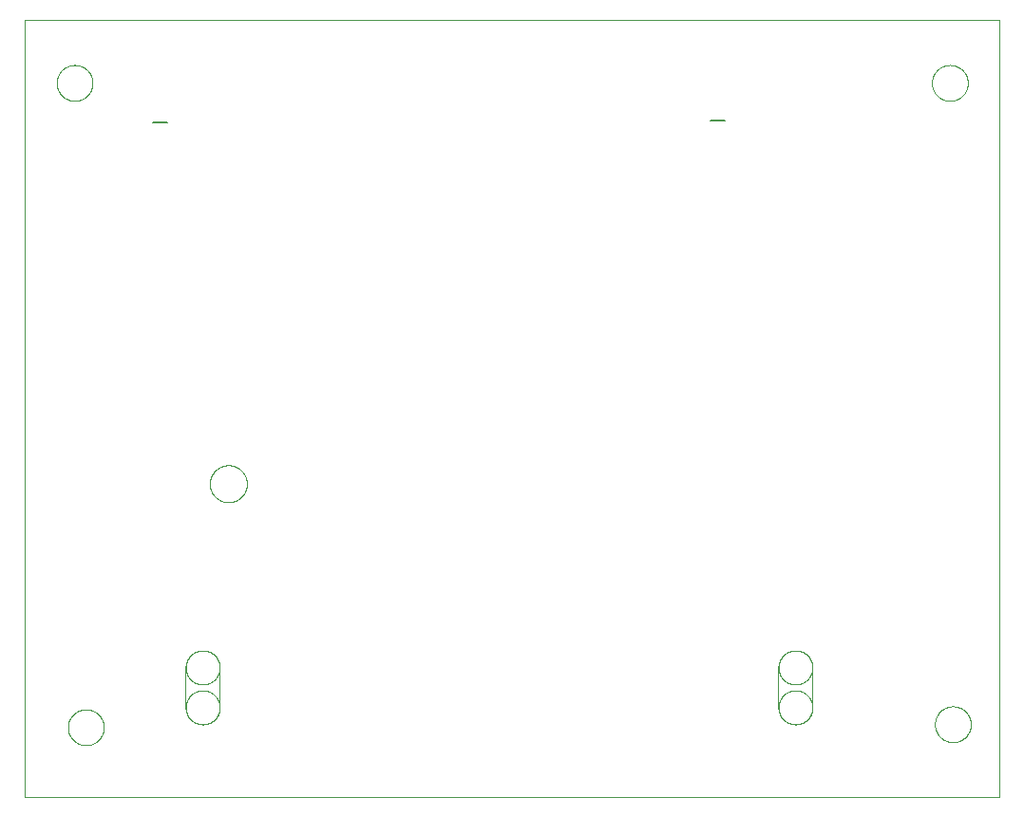
<source format=gbo>
G75*
%MOIN*%
%OFA0B0*%
%FSLAX25Y25*%
%IPPOS*%
%LPD*%
%AMOC8*
5,1,8,0,0,1.08239X$1,22.5*
%
%ADD10C,0.00000*%
%ADD11C,0.00009*%
%ADD12C,0.00800*%
D10*
X0001000Y0001000D02*
X0001000Y0273953D01*
X0343205Y0273953D01*
X0343205Y0001000D01*
X0001000Y0001000D01*
X0016276Y0025331D02*
X0016278Y0025489D01*
X0016284Y0025647D01*
X0016294Y0025805D01*
X0016308Y0025963D01*
X0016326Y0026120D01*
X0016347Y0026277D01*
X0016373Y0026433D01*
X0016403Y0026589D01*
X0016436Y0026744D01*
X0016474Y0026897D01*
X0016515Y0027050D01*
X0016560Y0027202D01*
X0016609Y0027353D01*
X0016662Y0027502D01*
X0016718Y0027650D01*
X0016778Y0027796D01*
X0016842Y0027941D01*
X0016910Y0028084D01*
X0016981Y0028226D01*
X0017055Y0028366D01*
X0017133Y0028503D01*
X0017215Y0028639D01*
X0017299Y0028773D01*
X0017388Y0028904D01*
X0017479Y0029033D01*
X0017574Y0029160D01*
X0017671Y0029285D01*
X0017772Y0029407D01*
X0017876Y0029526D01*
X0017983Y0029643D01*
X0018093Y0029757D01*
X0018206Y0029868D01*
X0018321Y0029977D01*
X0018439Y0030082D01*
X0018560Y0030184D01*
X0018683Y0030284D01*
X0018809Y0030380D01*
X0018937Y0030473D01*
X0019067Y0030563D01*
X0019200Y0030649D01*
X0019335Y0030733D01*
X0019471Y0030812D01*
X0019610Y0030889D01*
X0019751Y0030961D01*
X0019893Y0031031D01*
X0020037Y0031096D01*
X0020183Y0031158D01*
X0020330Y0031216D01*
X0020479Y0031271D01*
X0020629Y0031322D01*
X0020780Y0031369D01*
X0020932Y0031412D01*
X0021085Y0031451D01*
X0021240Y0031487D01*
X0021395Y0031518D01*
X0021551Y0031546D01*
X0021707Y0031570D01*
X0021864Y0031590D01*
X0022022Y0031606D01*
X0022179Y0031618D01*
X0022338Y0031626D01*
X0022496Y0031630D01*
X0022654Y0031630D01*
X0022812Y0031626D01*
X0022971Y0031618D01*
X0023128Y0031606D01*
X0023286Y0031590D01*
X0023443Y0031570D01*
X0023599Y0031546D01*
X0023755Y0031518D01*
X0023910Y0031487D01*
X0024065Y0031451D01*
X0024218Y0031412D01*
X0024370Y0031369D01*
X0024521Y0031322D01*
X0024671Y0031271D01*
X0024820Y0031216D01*
X0024967Y0031158D01*
X0025113Y0031096D01*
X0025257Y0031031D01*
X0025399Y0030961D01*
X0025540Y0030889D01*
X0025679Y0030812D01*
X0025815Y0030733D01*
X0025950Y0030649D01*
X0026083Y0030563D01*
X0026213Y0030473D01*
X0026341Y0030380D01*
X0026467Y0030284D01*
X0026590Y0030184D01*
X0026711Y0030082D01*
X0026829Y0029977D01*
X0026944Y0029868D01*
X0027057Y0029757D01*
X0027167Y0029643D01*
X0027274Y0029526D01*
X0027378Y0029407D01*
X0027479Y0029285D01*
X0027576Y0029160D01*
X0027671Y0029033D01*
X0027762Y0028904D01*
X0027851Y0028773D01*
X0027935Y0028639D01*
X0028017Y0028503D01*
X0028095Y0028366D01*
X0028169Y0028226D01*
X0028240Y0028084D01*
X0028308Y0027941D01*
X0028372Y0027796D01*
X0028432Y0027650D01*
X0028488Y0027502D01*
X0028541Y0027353D01*
X0028590Y0027202D01*
X0028635Y0027050D01*
X0028676Y0026897D01*
X0028714Y0026744D01*
X0028747Y0026589D01*
X0028777Y0026433D01*
X0028803Y0026277D01*
X0028824Y0026120D01*
X0028842Y0025963D01*
X0028856Y0025805D01*
X0028866Y0025647D01*
X0028872Y0025489D01*
X0028874Y0025331D01*
X0028872Y0025173D01*
X0028866Y0025015D01*
X0028856Y0024857D01*
X0028842Y0024699D01*
X0028824Y0024542D01*
X0028803Y0024385D01*
X0028777Y0024229D01*
X0028747Y0024073D01*
X0028714Y0023918D01*
X0028676Y0023765D01*
X0028635Y0023612D01*
X0028590Y0023460D01*
X0028541Y0023309D01*
X0028488Y0023160D01*
X0028432Y0023012D01*
X0028372Y0022866D01*
X0028308Y0022721D01*
X0028240Y0022578D01*
X0028169Y0022436D01*
X0028095Y0022296D01*
X0028017Y0022159D01*
X0027935Y0022023D01*
X0027851Y0021889D01*
X0027762Y0021758D01*
X0027671Y0021629D01*
X0027576Y0021502D01*
X0027479Y0021377D01*
X0027378Y0021255D01*
X0027274Y0021136D01*
X0027167Y0021019D01*
X0027057Y0020905D01*
X0026944Y0020794D01*
X0026829Y0020685D01*
X0026711Y0020580D01*
X0026590Y0020478D01*
X0026467Y0020378D01*
X0026341Y0020282D01*
X0026213Y0020189D01*
X0026083Y0020099D01*
X0025950Y0020013D01*
X0025815Y0019929D01*
X0025679Y0019850D01*
X0025540Y0019773D01*
X0025399Y0019701D01*
X0025257Y0019631D01*
X0025113Y0019566D01*
X0024967Y0019504D01*
X0024820Y0019446D01*
X0024671Y0019391D01*
X0024521Y0019340D01*
X0024370Y0019293D01*
X0024218Y0019250D01*
X0024065Y0019211D01*
X0023910Y0019175D01*
X0023755Y0019144D01*
X0023599Y0019116D01*
X0023443Y0019092D01*
X0023286Y0019072D01*
X0023128Y0019056D01*
X0022971Y0019044D01*
X0022812Y0019036D01*
X0022654Y0019032D01*
X0022496Y0019032D01*
X0022338Y0019036D01*
X0022179Y0019044D01*
X0022022Y0019056D01*
X0021864Y0019072D01*
X0021707Y0019092D01*
X0021551Y0019116D01*
X0021395Y0019144D01*
X0021240Y0019175D01*
X0021085Y0019211D01*
X0020932Y0019250D01*
X0020780Y0019293D01*
X0020629Y0019340D01*
X0020479Y0019391D01*
X0020330Y0019446D01*
X0020183Y0019504D01*
X0020037Y0019566D01*
X0019893Y0019631D01*
X0019751Y0019701D01*
X0019610Y0019773D01*
X0019471Y0019850D01*
X0019335Y0019929D01*
X0019200Y0020013D01*
X0019067Y0020099D01*
X0018937Y0020189D01*
X0018809Y0020282D01*
X0018683Y0020378D01*
X0018560Y0020478D01*
X0018439Y0020580D01*
X0018321Y0020685D01*
X0018206Y0020794D01*
X0018093Y0020905D01*
X0017983Y0021019D01*
X0017876Y0021136D01*
X0017772Y0021255D01*
X0017671Y0021377D01*
X0017574Y0021502D01*
X0017479Y0021629D01*
X0017388Y0021758D01*
X0017299Y0021889D01*
X0017215Y0022023D01*
X0017133Y0022159D01*
X0017055Y0022296D01*
X0016981Y0022436D01*
X0016910Y0022578D01*
X0016842Y0022721D01*
X0016778Y0022866D01*
X0016718Y0023012D01*
X0016662Y0023160D01*
X0016609Y0023309D01*
X0016560Y0023460D01*
X0016515Y0023612D01*
X0016474Y0023765D01*
X0016436Y0023918D01*
X0016403Y0024073D01*
X0016373Y0024229D01*
X0016347Y0024385D01*
X0016326Y0024542D01*
X0016308Y0024699D01*
X0016294Y0024857D01*
X0016284Y0025015D01*
X0016278Y0025173D01*
X0016276Y0025331D01*
X0057625Y0032331D02*
X0057627Y0032485D01*
X0057633Y0032639D01*
X0057643Y0032792D01*
X0057657Y0032945D01*
X0057675Y0033098D01*
X0057696Y0033250D01*
X0057722Y0033402D01*
X0057752Y0033553D01*
X0057785Y0033703D01*
X0057823Y0033852D01*
X0057864Y0034001D01*
X0057909Y0034148D01*
X0057958Y0034294D01*
X0058011Y0034438D01*
X0058067Y0034581D01*
X0058127Y0034723D01*
X0058191Y0034863D01*
X0058258Y0035001D01*
X0058329Y0035138D01*
X0058403Y0035273D01*
X0058481Y0035405D01*
X0058562Y0035536D01*
X0058647Y0035665D01*
X0058734Y0035791D01*
X0058825Y0035915D01*
X0058920Y0036036D01*
X0059017Y0036156D01*
X0059117Y0036272D01*
X0059221Y0036386D01*
X0059327Y0036497D01*
X0059436Y0036606D01*
X0059548Y0036711D01*
X0059663Y0036814D01*
X0059780Y0036914D01*
X0059900Y0037010D01*
X0060022Y0037104D01*
X0060146Y0037194D01*
X0060273Y0037281D01*
X0060402Y0037365D01*
X0060534Y0037445D01*
X0060667Y0037522D01*
X0060802Y0037595D01*
X0060939Y0037665D01*
X0061078Y0037732D01*
X0061218Y0037794D01*
X0061360Y0037853D01*
X0061504Y0037909D01*
X0061649Y0037961D01*
X0061795Y0038008D01*
X0061942Y0038053D01*
X0062091Y0038093D01*
X0062240Y0038129D01*
X0062391Y0038162D01*
X0062542Y0038191D01*
X0062694Y0038215D01*
X0062846Y0038236D01*
X0062999Y0038253D01*
X0063152Y0038266D01*
X0063306Y0038275D01*
X0063460Y0038280D01*
X0063613Y0038281D01*
X0063767Y0038278D01*
X0063921Y0038271D01*
X0064074Y0038260D01*
X0064228Y0038245D01*
X0064380Y0038226D01*
X0064532Y0038203D01*
X0064684Y0038177D01*
X0064835Y0038146D01*
X0064985Y0038112D01*
X0065134Y0038073D01*
X0065281Y0038031D01*
X0065428Y0037985D01*
X0065574Y0037935D01*
X0065718Y0037882D01*
X0065861Y0037824D01*
X0066002Y0037763D01*
X0066142Y0037699D01*
X0066280Y0037631D01*
X0066416Y0037559D01*
X0066550Y0037484D01*
X0066682Y0037405D01*
X0066812Y0037323D01*
X0066940Y0037238D01*
X0067066Y0037149D01*
X0067189Y0037057D01*
X0067310Y0036962D01*
X0067429Y0036864D01*
X0067545Y0036763D01*
X0067658Y0036659D01*
X0067769Y0036552D01*
X0067876Y0036442D01*
X0067981Y0036329D01*
X0068083Y0036214D01*
X0068182Y0036096D01*
X0068278Y0035976D01*
X0068371Y0035853D01*
X0068460Y0035728D01*
X0068546Y0035601D01*
X0068629Y0035471D01*
X0068709Y0035339D01*
X0068785Y0035206D01*
X0068857Y0035070D01*
X0068926Y0034932D01*
X0068992Y0034793D01*
X0069054Y0034652D01*
X0069112Y0034510D01*
X0069166Y0034366D01*
X0069217Y0034221D01*
X0069264Y0034074D01*
X0069307Y0033927D01*
X0069346Y0033778D01*
X0069382Y0033628D01*
X0069413Y0033478D01*
X0069441Y0033326D01*
X0069465Y0033174D01*
X0069485Y0033022D01*
X0069501Y0032869D01*
X0069513Y0032715D01*
X0069521Y0032562D01*
X0069525Y0032408D01*
X0069525Y0032254D01*
X0069521Y0032100D01*
X0069513Y0031947D01*
X0069501Y0031793D01*
X0069485Y0031640D01*
X0069465Y0031488D01*
X0069441Y0031336D01*
X0069413Y0031184D01*
X0069382Y0031034D01*
X0069346Y0030884D01*
X0069307Y0030735D01*
X0069264Y0030588D01*
X0069217Y0030441D01*
X0069166Y0030296D01*
X0069112Y0030152D01*
X0069054Y0030010D01*
X0068992Y0029869D01*
X0068926Y0029730D01*
X0068857Y0029592D01*
X0068785Y0029456D01*
X0068709Y0029323D01*
X0068629Y0029191D01*
X0068546Y0029061D01*
X0068460Y0028934D01*
X0068371Y0028809D01*
X0068278Y0028686D01*
X0068182Y0028566D01*
X0068083Y0028448D01*
X0067981Y0028333D01*
X0067876Y0028220D01*
X0067769Y0028110D01*
X0067658Y0028003D01*
X0067545Y0027899D01*
X0067429Y0027798D01*
X0067310Y0027700D01*
X0067189Y0027605D01*
X0067066Y0027513D01*
X0066940Y0027424D01*
X0066812Y0027339D01*
X0066682Y0027257D01*
X0066550Y0027178D01*
X0066416Y0027103D01*
X0066280Y0027031D01*
X0066142Y0026963D01*
X0066002Y0026899D01*
X0065861Y0026838D01*
X0065718Y0026780D01*
X0065574Y0026727D01*
X0065428Y0026677D01*
X0065281Y0026631D01*
X0065134Y0026589D01*
X0064985Y0026550D01*
X0064835Y0026516D01*
X0064684Y0026485D01*
X0064532Y0026459D01*
X0064380Y0026436D01*
X0064228Y0026417D01*
X0064074Y0026402D01*
X0063921Y0026391D01*
X0063767Y0026384D01*
X0063613Y0026381D01*
X0063460Y0026382D01*
X0063306Y0026387D01*
X0063152Y0026396D01*
X0062999Y0026409D01*
X0062846Y0026426D01*
X0062694Y0026447D01*
X0062542Y0026471D01*
X0062391Y0026500D01*
X0062240Y0026533D01*
X0062091Y0026569D01*
X0061942Y0026609D01*
X0061795Y0026654D01*
X0061649Y0026701D01*
X0061504Y0026753D01*
X0061360Y0026809D01*
X0061218Y0026868D01*
X0061078Y0026930D01*
X0060939Y0026997D01*
X0060802Y0027067D01*
X0060667Y0027140D01*
X0060534Y0027217D01*
X0060402Y0027297D01*
X0060273Y0027381D01*
X0060146Y0027468D01*
X0060022Y0027558D01*
X0059900Y0027652D01*
X0059780Y0027748D01*
X0059663Y0027848D01*
X0059548Y0027951D01*
X0059436Y0028056D01*
X0059327Y0028165D01*
X0059221Y0028276D01*
X0059117Y0028390D01*
X0059017Y0028506D01*
X0058920Y0028626D01*
X0058825Y0028747D01*
X0058734Y0028871D01*
X0058647Y0028997D01*
X0058562Y0029126D01*
X0058481Y0029257D01*
X0058403Y0029389D01*
X0058329Y0029524D01*
X0058258Y0029661D01*
X0058191Y0029799D01*
X0058127Y0029939D01*
X0058067Y0030081D01*
X0058011Y0030224D01*
X0057958Y0030368D01*
X0057909Y0030514D01*
X0057864Y0030661D01*
X0057823Y0030810D01*
X0057785Y0030959D01*
X0057752Y0031109D01*
X0057722Y0031260D01*
X0057696Y0031412D01*
X0057675Y0031564D01*
X0057657Y0031717D01*
X0057643Y0031870D01*
X0057633Y0032023D01*
X0057627Y0032177D01*
X0057625Y0032331D01*
X0057575Y0032331D02*
X0057577Y0032178D01*
X0057583Y0032025D01*
X0057593Y0031872D01*
X0057606Y0031719D01*
X0057624Y0031567D01*
X0057645Y0031415D01*
X0057671Y0031264D01*
X0057700Y0031114D01*
X0057733Y0030964D01*
X0057770Y0030815D01*
X0057810Y0030667D01*
X0057855Y0030521D01*
X0057903Y0030375D01*
X0057955Y0030231D01*
X0058010Y0030088D01*
X0058069Y0029947D01*
X0058132Y0029807D01*
X0058198Y0029669D01*
X0058268Y0029532D01*
X0058341Y0029398D01*
X0058418Y0029265D01*
X0058498Y0029134D01*
X0058581Y0029006D01*
X0058667Y0028879D01*
X0058757Y0028755D01*
X0058850Y0028633D01*
X0058946Y0028514D01*
X0059045Y0028397D01*
X0059147Y0028282D01*
X0059252Y0028170D01*
X0059360Y0028061D01*
X0059470Y0027955D01*
X0059583Y0027852D01*
X0059699Y0027751D01*
X0059817Y0027654D01*
X0059938Y0027559D01*
X0060061Y0027468D01*
X0060186Y0027380D01*
X0060314Y0027295D01*
X0060443Y0027213D01*
X0060575Y0027135D01*
X0060709Y0027060D01*
X0060844Y0026988D01*
X0060982Y0026920D01*
X0061121Y0026856D01*
X0061261Y0026795D01*
X0061403Y0026738D01*
X0061547Y0026684D01*
X0061692Y0026634D01*
X0061838Y0026588D01*
X0061985Y0026545D01*
X0062133Y0026507D01*
X0062283Y0026472D01*
X0062433Y0026441D01*
X0062583Y0026413D01*
X0062735Y0026390D01*
X0062887Y0026371D01*
X0063039Y0026355D01*
X0063192Y0026343D01*
X0063345Y0026335D01*
X0063498Y0026331D01*
X0063652Y0026331D01*
X0063805Y0026335D01*
X0063958Y0026343D01*
X0064111Y0026355D01*
X0064263Y0026371D01*
X0064415Y0026390D01*
X0064567Y0026413D01*
X0064717Y0026441D01*
X0064867Y0026472D01*
X0065017Y0026507D01*
X0065165Y0026545D01*
X0065312Y0026588D01*
X0065458Y0026634D01*
X0065603Y0026684D01*
X0065747Y0026738D01*
X0065889Y0026795D01*
X0066029Y0026856D01*
X0066168Y0026920D01*
X0066306Y0026988D01*
X0066441Y0027060D01*
X0066575Y0027135D01*
X0066707Y0027213D01*
X0066836Y0027295D01*
X0066964Y0027380D01*
X0067089Y0027468D01*
X0067212Y0027559D01*
X0067333Y0027654D01*
X0067451Y0027751D01*
X0067567Y0027852D01*
X0067680Y0027955D01*
X0067790Y0028061D01*
X0067898Y0028170D01*
X0068003Y0028282D01*
X0068105Y0028397D01*
X0068204Y0028514D01*
X0068300Y0028633D01*
X0068393Y0028755D01*
X0068483Y0028879D01*
X0068569Y0029006D01*
X0068652Y0029134D01*
X0068732Y0029265D01*
X0068809Y0029398D01*
X0068882Y0029532D01*
X0068952Y0029669D01*
X0069018Y0029807D01*
X0069081Y0029947D01*
X0069140Y0030088D01*
X0069195Y0030231D01*
X0069247Y0030375D01*
X0069295Y0030521D01*
X0069340Y0030667D01*
X0069380Y0030815D01*
X0069417Y0030964D01*
X0069450Y0031114D01*
X0069479Y0031264D01*
X0069505Y0031415D01*
X0069526Y0031567D01*
X0069544Y0031719D01*
X0069557Y0031872D01*
X0069567Y0032025D01*
X0069573Y0032178D01*
X0069575Y0032331D01*
X0057625Y0046331D02*
X0057627Y0046485D01*
X0057633Y0046639D01*
X0057643Y0046792D01*
X0057657Y0046945D01*
X0057675Y0047098D01*
X0057696Y0047250D01*
X0057722Y0047402D01*
X0057752Y0047553D01*
X0057785Y0047703D01*
X0057823Y0047852D01*
X0057864Y0048001D01*
X0057909Y0048148D01*
X0057958Y0048294D01*
X0058011Y0048438D01*
X0058067Y0048581D01*
X0058127Y0048723D01*
X0058191Y0048863D01*
X0058258Y0049001D01*
X0058329Y0049138D01*
X0058403Y0049273D01*
X0058481Y0049405D01*
X0058562Y0049536D01*
X0058647Y0049665D01*
X0058734Y0049791D01*
X0058825Y0049915D01*
X0058920Y0050036D01*
X0059017Y0050156D01*
X0059117Y0050272D01*
X0059221Y0050386D01*
X0059327Y0050497D01*
X0059436Y0050606D01*
X0059548Y0050711D01*
X0059663Y0050814D01*
X0059780Y0050914D01*
X0059900Y0051010D01*
X0060022Y0051104D01*
X0060146Y0051194D01*
X0060273Y0051281D01*
X0060402Y0051365D01*
X0060534Y0051445D01*
X0060667Y0051522D01*
X0060802Y0051595D01*
X0060939Y0051665D01*
X0061078Y0051732D01*
X0061218Y0051794D01*
X0061360Y0051853D01*
X0061504Y0051909D01*
X0061649Y0051961D01*
X0061795Y0052008D01*
X0061942Y0052053D01*
X0062091Y0052093D01*
X0062240Y0052129D01*
X0062391Y0052162D01*
X0062542Y0052191D01*
X0062694Y0052215D01*
X0062846Y0052236D01*
X0062999Y0052253D01*
X0063152Y0052266D01*
X0063306Y0052275D01*
X0063460Y0052280D01*
X0063613Y0052281D01*
X0063767Y0052278D01*
X0063921Y0052271D01*
X0064074Y0052260D01*
X0064228Y0052245D01*
X0064380Y0052226D01*
X0064532Y0052203D01*
X0064684Y0052177D01*
X0064835Y0052146D01*
X0064985Y0052112D01*
X0065134Y0052073D01*
X0065281Y0052031D01*
X0065428Y0051985D01*
X0065574Y0051935D01*
X0065718Y0051882D01*
X0065861Y0051824D01*
X0066002Y0051763D01*
X0066142Y0051699D01*
X0066280Y0051631D01*
X0066416Y0051559D01*
X0066550Y0051484D01*
X0066682Y0051405D01*
X0066812Y0051323D01*
X0066940Y0051238D01*
X0067066Y0051149D01*
X0067189Y0051057D01*
X0067310Y0050962D01*
X0067429Y0050864D01*
X0067545Y0050763D01*
X0067658Y0050659D01*
X0067769Y0050552D01*
X0067876Y0050442D01*
X0067981Y0050329D01*
X0068083Y0050214D01*
X0068182Y0050096D01*
X0068278Y0049976D01*
X0068371Y0049853D01*
X0068460Y0049728D01*
X0068546Y0049601D01*
X0068629Y0049471D01*
X0068709Y0049339D01*
X0068785Y0049206D01*
X0068857Y0049070D01*
X0068926Y0048932D01*
X0068992Y0048793D01*
X0069054Y0048652D01*
X0069112Y0048510D01*
X0069166Y0048366D01*
X0069217Y0048221D01*
X0069264Y0048074D01*
X0069307Y0047927D01*
X0069346Y0047778D01*
X0069382Y0047628D01*
X0069413Y0047478D01*
X0069441Y0047326D01*
X0069465Y0047174D01*
X0069485Y0047022D01*
X0069501Y0046869D01*
X0069513Y0046715D01*
X0069521Y0046562D01*
X0069525Y0046408D01*
X0069525Y0046254D01*
X0069521Y0046100D01*
X0069513Y0045947D01*
X0069501Y0045793D01*
X0069485Y0045640D01*
X0069465Y0045488D01*
X0069441Y0045336D01*
X0069413Y0045184D01*
X0069382Y0045034D01*
X0069346Y0044884D01*
X0069307Y0044735D01*
X0069264Y0044588D01*
X0069217Y0044441D01*
X0069166Y0044296D01*
X0069112Y0044152D01*
X0069054Y0044010D01*
X0068992Y0043869D01*
X0068926Y0043730D01*
X0068857Y0043592D01*
X0068785Y0043456D01*
X0068709Y0043323D01*
X0068629Y0043191D01*
X0068546Y0043061D01*
X0068460Y0042934D01*
X0068371Y0042809D01*
X0068278Y0042686D01*
X0068182Y0042566D01*
X0068083Y0042448D01*
X0067981Y0042333D01*
X0067876Y0042220D01*
X0067769Y0042110D01*
X0067658Y0042003D01*
X0067545Y0041899D01*
X0067429Y0041798D01*
X0067310Y0041700D01*
X0067189Y0041605D01*
X0067066Y0041513D01*
X0066940Y0041424D01*
X0066812Y0041339D01*
X0066682Y0041257D01*
X0066550Y0041178D01*
X0066416Y0041103D01*
X0066280Y0041031D01*
X0066142Y0040963D01*
X0066002Y0040899D01*
X0065861Y0040838D01*
X0065718Y0040780D01*
X0065574Y0040727D01*
X0065428Y0040677D01*
X0065281Y0040631D01*
X0065134Y0040589D01*
X0064985Y0040550D01*
X0064835Y0040516D01*
X0064684Y0040485D01*
X0064532Y0040459D01*
X0064380Y0040436D01*
X0064228Y0040417D01*
X0064074Y0040402D01*
X0063921Y0040391D01*
X0063767Y0040384D01*
X0063613Y0040381D01*
X0063460Y0040382D01*
X0063306Y0040387D01*
X0063152Y0040396D01*
X0062999Y0040409D01*
X0062846Y0040426D01*
X0062694Y0040447D01*
X0062542Y0040471D01*
X0062391Y0040500D01*
X0062240Y0040533D01*
X0062091Y0040569D01*
X0061942Y0040609D01*
X0061795Y0040654D01*
X0061649Y0040701D01*
X0061504Y0040753D01*
X0061360Y0040809D01*
X0061218Y0040868D01*
X0061078Y0040930D01*
X0060939Y0040997D01*
X0060802Y0041067D01*
X0060667Y0041140D01*
X0060534Y0041217D01*
X0060402Y0041297D01*
X0060273Y0041381D01*
X0060146Y0041468D01*
X0060022Y0041558D01*
X0059900Y0041652D01*
X0059780Y0041748D01*
X0059663Y0041848D01*
X0059548Y0041951D01*
X0059436Y0042056D01*
X0059327Y0042165D01*
X0059221Y0042276D01*
X0059117Y0042390D01*
X0059017Y0042506D01*
X0058920Y0042626D01*
X0058825Y0042747D01*
X0058734Y0042871D01*
X0058647Y0042997D01*
X0058562Y0043126D01*
X0058481Y0043257D01*
X0058403Y0043389D01*
X0058329Y0043524D01*
X0058258Y0043661D01*
X0058191Y0043799D01*
X0058127Y0043939D01*
X0058067Y0044081D01*
X0058011Y0044224D01*
X0057958Y0044368D01*
X0057909Y0044514D01*
X0057864Y0044661D01*
X0057823Y0044810D01*
X0057785Y0044959D01*
X0057752Y0045109D01*
X0057722Y0045260D01*
X0057696Y0045412D01*
X0057675Y0045564D01*
X0057657Y0045717D01*
X0057643Y0045870D01*
X0057633Y0046023D01*
X0057627Y0046177D01*
X0057625Y0046331D01*
X0057575Y0046331D02*
X0057577Y0046484D01*
X0057583Y0046637D01*
X0057593Y0046790D01*
X0057606Y0046943D01*
X0057624Y0047095D01*
X0057645Y0047247D01*
X0057671Y0047398D01*
X0057700Y0047548D01*
X0057733Y0047698D01*
X0057770Y0047847D01*
X0057810Y0047995D01*
X0057855Y0048141D01*
X0057903Y0048287D01*
X0057955Y0048431D01*
X0058010Y0048574D01*
X0058069Y0048715D01*
X0058132Y0048855D01*
X0058198Y0048993D01*
X0058268Y0049130D01*
X0058341Y0049264D01*
X0058418Y0049397D01*
X0058498Y0049528D01*
X0058581Y0049656D01*
X0058667Y0049783D01*
X0058757Y0049907D01*
X0058850Y0050029D01*
X0058946Y0050148D01*
X0059045Y0050265D01*
X0059147Y0050380D01*
X0059252Y0050492D01*
X0059360Y0050601D01*
X0059470Y0050707D01*
X0059583Y0050810D01*
X0059699Y0050911D01*
X0059817Y0051008D01*
X0059938Y0051103D01*
X0060061Y0051194D01*
X0060186Y0051282D01*
X0060314Y0051367D01*
X0060443Y0051449D01*
X0060575Y0051527D01*
X0060709Y0051602D01*
X0060844Y0051674D01*
X0060982Y0051742D01*
X0061121Y0051806D01*
X0061261Y0051867D01*
X0061403Y0051924D01*
X0061547Y0051978D01*
X0061692Y0052028D01*
X0061838Y0052074D01*
X0061985Y0052117D01*
X0062133Y0052155D01*
X0062283Y0052190D01*
X0062433Y0052221D01*
X0062583Y0052249D01*
X0062735Y0052272D01*
X0062887Y0052291D01*
X0063039Y0052307D01*
X0063192Y0052319D01*
X0063345Y0052327D01*
X0063498Y0052331D01*
X0063652Y0052331D01*
X0063805Y0052327D01*
X0063958Y0052319D01*
X0064111Y0052307D01*
X0064263Y0052291D01*
X0064415Y0052272D01*
X0064567Y0052249D01*
X0064717Y0052221D01*
X0064867Y0052190D01*
X0065017Y0052155D01*
X0065165Y0052117D01*
X0065312Y0052074D01*
X0065458Y0052028D01*
X0065603Y0051978D01*
X0065747Y0051924D01*
X0065889Y0051867D01*
X0066029Y0051806D01*
X0066168Y0051742D01*
X0066306Y0051674D01*
X0066441Y0051602D01*
X0066575Y0051527D01*
X0066707Y0051449D01*
X0066836Y0051367D01*
X0066964Y0051282D01*
X0067089Y0051194D01*
X0067212Y0051103D01*
X0067333Y0051008D01*
X0067451Y0050911D01*
X0067567Y0050810D01*
X0067680Y0050707D01*
X0067790Y0050601D01*
X0067898Y0050492D01*
X0068003Y0050380D01*
X0068105Y0050265D01*
X0068204Y0050148D01*
X0068300Y0050029D01*
X0068393Y0049907D01*
X0068483Y0049783D01*
X0068569Y0049656D01*
X0068652Y0049528D01*
X0068732Y0049397D01*
X0068809Y0049264D01*
X0068882Y0049130D01*
X0068952Y0048993D01*
X0069018Y0048855D01*
X0069081Y0048715D01*
X0069140Y0048574D01*
X0069195Y0048431D01*
X0069247Y0048287D01*
X0069295Y0048141D01*
X0069340Y0047995D01*
X0069380Y0047847D01*
X0069417Y0047698D01*
X0069450Y0047548D01*
X0069479Y0047398D01*
X0069505Y0047247D01*
X0069526Y0047095D01*
X0069544Y0046943D01*
X0069557Y0046790D01*
X0069567Y0046637D01*
X0069573Y0046484D01*
X0069575Y0046331D01*
X0066075Y0110898D02*
X0066077Y0111059D01*
X0066083Y0111219D01*
X0066093Y0111380D01*
X0066107Y0111540D01*
X0066125Y0111700D01*
X0066146Y0111859D01*
X0066172Y0112018D01*
X0066202Y0112176D01*
X0066235Y0112333D01*
X0066273Y0112490D01*
X0066314Y0112645D01*
X0066359Y0112799D01*
X0066408Y0112952D01*
X0066461Y0113104D01*
X0066517Y0113255D01*
X0066578Y0113404D01*
X0066641Y0113552D01*
X0066709Y0113698D01*
X0066780Y0113842D01*
X0066854Y0113984D01*
X0066932Y0114125D01*
X0067014Y0114263D01*
X0067099Y0114400D01*
X0067187Y0114534D01*
X0067279Y0114666D01*
X0067374Y0114796D01*
X0067472Y0114924D01*
X0067573Y0115049D01*
X0067677Y0115171D01*
X0067784Y0115291D01*
X0067894Y0115408D01*
X0068007Y0115523D01*
X0068123Y0115634D01*
X0068242Y0115743D01*
X0068363Y0115848D01*
X0068487Y0115951D01*
X0068613Y0116051D01*
X0068741Y0116147D01*
X0068872Y0116240D01*
X0069006Y0116330D01*
X0069141Y0116417D01*
X0069279Y0116500D01*
X0069418Y0116580D01*
X0069560Y0116656D01*
X0069703Y0116729D01*
X0069848Y0116798D01*
X0069995Y0116864D01*
X0070143Y0116926D01*
X0070293Y0116984D01*
X0070444Y0117039D01*
X0070597Y0117090D01*
X0070751Y0117137D01*
X0070906Y0117180D01*
X0071062Y0117219D01*
X0071218Y0117255D01*
X0071376Y0117286D01*
X0071534Y0117314D01*
X0071693Y0117338D01*
X0071853Y0117358D01*
X0072013Y0117374D01*
X0072173Y0117386D01*
X0072334Y0117394D01*
X0072495Y0117398D01*
X0072655Y0117398D01*
X0072816Y0117394D01*
X0072977Y0117386D01*
X0073137Y0117374D01*
X0073297Y0117358D01*
X0073457Y0117338D01*
X0073616Y0117314D01*
X0073774Y0117286D01*
X0073932Y0117255D01*
X0074088Y0117219D01*
X0074244Y0117180D01*
X0074399Y0117137D01*
X0074553Y0117090D01*
X0074706Y0117039D01*
X0074857Y0116984D01*
X0075007Y0116926D01*
X0075155Y0116864D01*
X0075302Y0116798D01*
X0075447Y0116729D01*
X0075590Y0116656D01*
X0075732Y0116580D01*
X0075871Y0116500D01*
X0076009Y0116417D01*
X0076144Y0116330D01*
X0076278Y0116240D01*
X0076409Y0116147D01*
X0076537Y0116051D01*
X0076663Y0115951D01*
X0076787Y0115848D01*
X0076908Y0115743D01*
X0077027Y0115634D01*
X0077143Y0115523D01*
X0077256Y0115408D01*
X0077366Y0115291D01*
X0077473Y0115171D01*
X0077577Y0115049D01*
X0077678Y0114924D01*
X0077776Y0114796D01*
X0077871Y0114666D01*
X0077963Y0114534D01*
X0078051Y0114400D01*
X0078136Y0114263D01*
X0078218Y0114125D01*
X0078296Y0113984D01*
X0078370Y0113842D01*
X0078441Y0113698D01*
X0078509Y0113552D01*
X0078572Y0113404D01*
X0078633Y0113255D01*
X0078689Y0113104D01*
X0078742Y0112952D01*
X0078791Y0112799D01*
X0078836Y0112645D01*
X0078877Y0112490D01*
X0078915Y0112333D01*
X0078948Y0112176D01*
X0078978Y0112018D01*
X0079004Y0111859D01*
X0079025Y0111700D01*
X0079043Y0111540D01*
X0079057Y0111380D01*
X0079067Y0111219D01*
X0079073Y0111059D01*
X0079075Y0110898D01*
X0079073Y0110737D01*
X0079067Y0110577D01*
X0079057Y0110416D01*
X0079043Y0110256D01*
X0079025Y0110096D01*
X0079004Y0109937D01*
X0078978Y0109778D01*
X0078948Y0109620D01*
X0078915Y0109463D01*
X0078877Y0109306D01*
X0078836Y0109151D01*
X0078791Y0108997D01*
X0078742Y0108844D01*
X0078689Y0108692D01*
X0078633Y0108541D01*
X0078572Y0108392D01*
X0078509Y0108244D01*
X0078441Y0108098D01*
X0078370Y0107954D01*
X0078296Y0107812D01*
X0078218Y0107671D01*
X0078136Y0107533D01*
X0078051Y0107396D01*
X0077963Y0107262D01*
X0077871Y0107130D01*
X0077776Y0107000D01*
X0077678Y0106872D01*
X0077577Y0106747D01*
X0077473Y0106625D01*
X0077366Y0106505D01*
X0077256Y0106388D01*
X0077143Y0106273D01*
X0077027Y0106162D01*
X0076908Y0106053D01*
X0076787Y0105948D01*
X0076663Y0105845D01*
X0076537Y0105745D01*
X0076409Y0105649D01*
X0076278Y0105556D01*
X0076144Y0105466D01*
X0076009Y0105379D01*
X0075871Y0105296D01*
X0075732Y0105216D01*
X0075590Y0105140D01*
X0075447Y0105067D01*
X0075302Y0104998D01*
X0075155Y0104932D01*
X0075007Y0104870D01*
X0074857Y0104812D01*
X0074706Y0104757D01*
X0074553Y0104706D01*
X0074399Y0104659D01*
X0074244Y0104616D01*
X0074088Y0104577D01*
X0073932Y0104541D01*
X0073774Y0104510D01*
X0073616Y0104482D01*
X0073457Y0104458D01*
X0073297Y0104438D01*
X0073137Y0104422D01*
X0072977Y0104410D01*
X0072816Y0104402D01*
X0072655Y0104398D01*
X0072495Y0104398D01*
X0072334Y0104402D01*
X0072173Y0104410D01*
X0072013Y0104422D01*
X0071853Y0104438D01*
X0071693Y0104458D01*
X0071534Y0104482D01*
X0071376Y0104510D01*
X0071218Y0104541D01*
X0071062Y0104577D01*
X0070906Y0104616D01*
X0070751Y0104659D01*
X0070597Y0104706D01*
X0070444Y0104757D01*
X0070293Y0104812D01*
X0070143Y0104870D01*
X0069995Y0104932D01*
X0069848Y0104998D01*
X0069703Y0105067D01*
X0069560Y0105140D01*
X0069418Y0105216D01*
X0069279Y0105296D01*
X0069141Y0105379D01*
X0069006Y0105466D01*
X0068872Y0105556D01*
X0068741Y0105649D01*
X0068613Y0105745D01*
X0068487Y0105845D01*
X0068363Y0105948D01*
X0068242Y0106053D01*
X0068123Y0106162D01*
X0068007Y0106273D01*
X0067894Y0106388D01*
X0067784Y0106505D01*
X0067677Y0106625D01*
X0067573Y0106747D01*
X0067472Y0106872D01*
X0067374Y0107000D01*
X0067279Y0107130D01*
X0067187Y0107262D01*
X0067099Y0107396D01*
X0067014Y0107533D01*
X0066932Y0107671D01*
X0066854Y0107812D01*
X0066780Y0107954D01*
X0066709Y0108098D01*
X0066641Y0108244D01*
X0066578Y0108392D01*
X0066517Y0108541D01*
X0066461Y0108692D01*
X0066408Y0108844D01*
X0066359Y0108997D01*
X0066314Y0109151D01*
X0066273Y0109306D01*
X0066235Y0109463D01*
X0066202Y0109620D01*
X0066172Y0109778D01*
X0066146Y0109937D01*
X0066125Y0110096D01*
X0066107Y0110256D01*
X0066093Y0110416D01*
X0066083Y0110577D01*
X0066077Y0110737D01*
X0066075Y0110898D01*
X0012339Y0251709D02*
X0012341Y0251867D01*
X0012347Y0252025D01*
X0012357Y0252183D01*
X0012371Y0252341D01*
X0012389Y0252498D01*
X0012410Y0252655D01*
X0012436Y0252811D01*
X0012466Y0252967D01*
X0012499Y0253122D01*
X0012537Y0253275D01*
X0012578Y0253428D01*
X0012623Y0253580D01*
X0012672Y0253731D01*
X0012725Y0253880D01*
X0012781Y0254028D01*
X0012841Y0254174D01*
X0012905Y0254319D01*
X0012973Y0254462D01*
X0013044Y0254604D01*
X0013118Y0254744D01*
X0013196Y0254881D01*
X0013278Y0255017D01*
X0013362Y0255151D01*
X0013451Y0255282D01*
X0013542Y0255411D01*
X0013637Y0255538D01*
X0013734Y0255663D01*
X0013835Y0255785D01*
X0013939Y0255904D01*
X0014046Y0256021D01*
X0014156Y0256135D01*
X0014269Y0256246D01*
X0014384Y0256355D01*
X0014502Y0256460D01*
X0014623Y0256562D01*
X0014746Y0256662D01*
X0014872Y0256758D01*
X0015000Y0256851D01*
X0015130Y0256941D01*
X0015263Y0257027D01*
X0015398Y0257111D01*
X0015534Y0257190D01*
X0015673Y0257267D01*
X0015814Y0257339D01*
X0015956Y0257409D01*
X0016100Y0257474D01*
X0016246Y0257536D01*
X0016393Y0257594D01*
X0016542Y0257649D01*
X0016692Y0257700D01*
X0016843Y0257747D01*
X0016995Y0257790D01*
X0017148Y0257829D01*
X0017303Y0257865D01*
X0017458Y0257896D01*
X0017614Y0257924D01*
X0017770Y0257948D01*
X0017927Y0257968D01*
X0018085Y0257984D01*
X0018242Y0257996D01*
X0018401Y0258004D01*
X0018559Y0258008D01*
X0018717Y0258008D01*
X0018875Y0258004D01*
X0019034Y0257996D01*
X0019191Y0257984D01*
X0019349Y0257968D01*
X0019506Y0257948D01*
X0019662Y0257924D01*
X0019818Y0257896D01*
X0019973Y0257865D01*
X0020128Y0257829D01*
X0020281Y0257790D01*
X0020433Y0257747D01*
X0020584Y0257700D01*
X0020734Y0257649D01*
X0020883Y0257594D01*
X0021030Y0257536D01*
X0021176Y0257474D01*
X0021320Y0257409D01*
X0021462Y0257339D01*
X0021603Y0257267D01*
X0021742Y0257190D01*
X0021878Y0257111D01*
X0022013Y0257027D01*
X0022146Y0256941D01*
X0022276Y0256851D01*
X0022404Y0256758D01*
X0022530Y0256662D01*
X0022653Y0256562D01*
X0022774Y0256460D01*
X0022892Y0256355D01*
X0023007Y0256246D01*
X0023120Y0256135D01*
X0023230Y0256021D01*
X0023337Y0255904D01*
X0023441Y0255785D01*
X0023542Y0255663D01*
X0023639Y0255538D01*
X0023734Y0255411D01*
X0023825Y0255282D01*
X0023914Y0255151D01*
X0023998Y0255017D01*
X0024080Y0254881D01*
X0024158Y0254744D01*
X0024232Y0254604D01*
X0024303Y0254462D01*
X0024371Y0254319D01*
X0024435Y0254174D01*
X0024495Y0254028D01*
X0024551Y0253880D01*
X0024604Y0253731D01*
X0024653Y0253580D01*
X0024698Y0253428D01*
X0024739Y0253275D01*
X0024777Y0253122D01*
X0024810Y0252967D01*
X0024840Y0252811D01*
X0024866Y0252655D01*
X0024887Y0252498D01*
X0024905Y0252341D01*
X0024919Y0252183D01*
X0024929Y0252025D01*
X0024935Y0251867D01*
X0024937Y0251709D01*
X0024935Y0251551D01*
X0024929Y0251393D01*
X0024919Y0251235D01*
X0024905Y0251077D01*
X0024887Y0250920D01*
X0024866Y0250763D01*
X0024840Y0250607D01*
X0024810Y0250451D01*
X0024777Y0250296D01*
X0024739Y0250143D01*
X0024698Y0249990D01*
X0024653Y0249838D01*
X0024604Y0249687D01*
X0024551Y0249538D01*
X0024495Y0249390D01*
X0024435Y0249244D01*
X0024371Y0249099D01*
X0024303Y0248956D01*
X0024232Y0248814D01*
X0024158Y0248674D01*
X0024080Y0248537D01*
X0023998Y0248401D01*
X0023914Y0248267D01*
X0023825Y0248136D01*
X0023734Y0248007D01*
X0023639Y0247880D01*
X0023542Y0247755D01*
X0023441Y0247633D01*
X0023337Y0247514D01*
X0023230Y0247397D01*
X0023120Y0247283D01*
X0023007Y0247172D01*
X0022892Y0247063D01*
X0022774Y0246958D01*
X0022653Y0246856D01*
X0022530Y0246756D01*
X0022404Y0246660D01*
X0022276Y0246567D01*
X0022146Y0246477D01*
X0022013Y0246391D01*
X0021878Y0246307D01*
X0021742Y0246228D01*
X0021603Y0246151D01*
X0021462Y0246079D01*
X0021320Y0246009D01*
X0021176Y0245944D01*
X0021030Y0245882D01*
X0020883Y0245824D01*
X0020734Y0245769D01*
X0020584Y0245718D01*
X0020433Y0245671D01*
X0020281Y0245628D01*
X0020128Y0245589D01*
X0019973Y0245553D01*
X0019818Y0245522D01*
X0019662Y0245494D01*
X0019506Y0245470D01*
X0019349Y0245450D01*
X0019191Y0245434D01*
X0019034Y0245422D01*
X0018875Y0245414D01*
X0018717Y0245410D01*
X0018559Y0245410D01*
X0018401Y0245414D01*
X0018242Y0245422D01*
X0018085Y0245434D01*
X0017927Y0245450D01*
X0017770Y0245470D01*
X0017614Y0245494D01*
X0017458Y0245522D01*
X0017303Y0245553D01*
X0017148Y0245589D01*
X0016995Y0245628D01*
X0016843Y0245671D01*
X0016692Y0245718D01*
X0016542Y0245769D01*
X0016393Y0245824D01*
X0016246Y0245882D01*
X0016100Y0245944D01*
X0015956Y0246009D01*
X0015814Y0246079D01*
X0015673Y0246151D01*
X0015534Y0246228D01*
X0015398Y0246307D01*
X0015263Y0246391D01*
X0015130Y0246477D01*
X0015000Y0246567D01*
X0014872Y0246660D01*
X0014746Y0246756D01*
X0014623Y0246856D01*
X0014502Y0246958D01*
X0014384Y0247063D01*
X0014269Y0247172D01*
X0014156Y0247283D01*
X0014046Y0247397D01*
X0013939Y0247514D01*
X0013835Y0247633D01*
X0013734Y0247755D01*
X0013637Y0247880D01*
X0013542Y0248007D01*
X0013451Y0248136D01*
X0013362Y0248267D01*
X0013278Y0248401D01*
X0013196Y0248537D01*
X0013118Y0248674D01*
X0013044Y0248814D01*
X0012973Y0248956D01*
X0012905Y0249099D01*
X0012841Y0249244D01*
X0012781Y0249390D01*
X0012725Y0249538D01*
X0012672Y0249687D01*
X0012623Y0249838D01*
X0012578Y0249990D01*
X0012537Y0250143D01*
X0012499Y0250296D01*
X0012466Y0250451D01*
X0012436Y0250607D01*
X0012410Y0250763D01*
X0012389Y0250920D01*
X0012371Y0251077D01*
X0012357Y0251235D01*
X0012347Y0251393D01*
X0012341Y0251551D01*
X0012339Y0251709D01*
X0265625Y0046331D02*
X0265627Y0046485D01*
X0265633Y0046639D01*
X0265643Y0046792D01*
X0265657Y0046945D01*
X0265675Y0047098D01*
X0265696Y0047250D01*
X0265722Y0047402D01*
X0265752Y0047553D01*
X0265785Y0047703D01*
X0265823Y0047852D01*
X0265864Y0048001D01*
X0265909Y0048148D01*
X0265958Y0048294D01*
X0266011Y0048438D01*
X0266067Y0048581D01*
X0266127Y0048723D01*
X0266191Y0048863D01*
X0266258Y0049001D01*
X0266329Y0049138D01*
X0266403Y0049273D01*
X0266481Y0049405D01*
X0266562Y0049536D01*
X0266647Y0049665D01*
X0266734Y0049791D01*
X0266825Y0049915D01*
X0266920Y0050036D01*
X0267017Y0050156D01*
X0267117Y0050272D01*
X0267221Y0050386D01*
X0267327Y0050497D01*
X0267436Y0050606D01*
X0267548Y0050711D01*
X0267663Y0050814D01*
X0267780Y0050914D01*
X0267900Y0051010D01*
X0268022Y0051104D01*
X0268146Y0051194D01*
X0268273Y0051281D01*
X0268402Y0051365D01*
X0268534Y0051445D01*
X0268667Y0051522D01*
X0268802Y0051595D01*
X0268939Y0051665D01*
X0269078Y0051732D01*
X0269218Y0051794D01*
X0269360Y0051853D01*
X0269504Y0051909D01*
X0269649Y0051961D01*
X0269795Y0052008D01*
X0269942Y0052053D01*
X0270091Y0052093D01*
X0270240Y0052129D01*
X0270391Y0052162D01*
X0270542Y0052191D01*
X0270694Y0052215D01*
X0270846Y0052236D01*
X0270999Y0052253D01*
X0271152Y0052266D01*
X0271306Y0052275D01*
X0271460Y0052280D01*
X0271613Y0052281D01*
X0271767Y0052278D01*
X0271921Y0052271D01*
X0272074Y0052260D01*
X0272228Y0052245D01*
X0272380Y0052226D01*
X0272532Y0052203D01*
X0272684Y0052177D01*
X0272835Y0052146D01*
X0272985Y0052112D01*
X0273134Y0052073D01*
X0273281Y0052031D01*
X0273428Y0051985D01*
X0273574Y0051935D01*
X0273718Y0051882D01*
X0273861Y0051824D01*
X0274002Y0051763D01*
X0274142Y0051699D01*
X0274280Y0051631D01*
X0274416Y0051559D01*
X0274550Y0051484D01*
X0274682Y0051405D01*
X0274812Y0051323D01*
X0274940Y0051238D01*
X0275066Y0051149D01*
X0275189Y0051057D01*
X0275310Y0050962D01*
X0275429Y0050864D01*
X0275545Y0050763D01*
X0275658Y0050659D01*
X0275769Y0050552D01*
X0275876Y0050442D01*
X0275981Y0050329D01*
X0276083Y0050214D01*
X0276182Y0050096D01*
X0276278Y0049976D01*
X0276371Y0049853D01*
X0276460Y0049728D01*
X0276546Y0049601D01*
X0276629Y0049471D01*
X0276709Y0049339D01*
X0276785Y0049206D01*
X0276857Y0049070D01*
X0276926Y0048932D01*
X0276992Y0048793D01*
X0277054Y0048652D01*
X0277112Y0048510D01*
X0277166Y0048366D01*
X0277217Y0048221D01*
X0277264Y0048074D01*
X0277307Y0047927D01*
X0277346Y0047778D01*
X0277382Y0047628D01*
X0277413Y0047478D01*
X0277441Y0047326D01*
X0277465Y0047174D01*
X0277485Y0047022D01*
X0277501Y0046869D01*
X0277513Y0046715D01*
X0277521Y0046562D01*
X0277525Y0046408D01*
X0277525Y0046254D01*
X0277521Y0046100D01*
X0277513Y0045947D01*
X0277501Y0045793D01*
X0277485Y0045640D01*
X0277465Y0045488D01*
X0277441Y0045336D01*
X0277413Y0045184D01*
X0277382Y0045034D01*
X0277346Y0044884D01*
X0277307Y0044735D01*
X0277264Y0044588D01*
X0277217Y0044441D01*
X0277166Y0044296D01*
X0277112Y0044152D01*
X0277054Y0044010D01*
X0276992Y0043869D01*
X0276926Y0043730D01*
X0276857Y0043592D01*
X0276785Y0043456D01*
X0276709Y0043323D01*
X0276629Y0043191D01*
X0276546Y0043061D01*
X0276460Y0042934D01*
X0276371Y0042809D01*
X0276278Y0042686D01*
X0276182Y0042566D01*
X0276083Y0042448D01*
X0275981Y0042333D01*
X0275876Y0042220D01*
X0275769Y0042110D01*
X0275658Y0042003D01*
X0275545Y0041899D01*
X0275429Y0041798D01*
X0275310Y0041700D01*
X0275189Y0041605D01*
X0275066Y0041513D01*
X0274940Y0041424D01*
X0274812Y0041339D01*
X0274682Y0041257D01*
X0274550Y0041178D01*
X0274416Y0041103D01*
X0274280Y0041031D01*
X0274142Y0040963D01*
X0274002Y0040899D01*
X0273861Y0040838D01*
X0273718Y0040780D01*
X0273574Y0040727D01*
X0273428Y0040677D01*
X0273281Y0040631D01*
X0273134Y0040589D01*
X0272985Y0040550D01*
X0272835Y0040516D01*
X0272684Y0040485D01*
X0272532Y0040459D01*
X0272380Y0040436D01*
X0272228Y0040417D01*
X0272074Y0040402D01*
X0271921Y0040391D01*
X0271767Y0040384D01*
X0271613Y0040381D01*
X0271460Y0040382D01*
X0271306Y0040387D01*
X0271152Y0040396D01*
X0270999Y0040409D01*
X0270846Y0040426D01*
X0270694Y0040447D01*
X0270542Y0040471D01*
X0270391Y0040500D01*
X0270240Y0040533D01*
X0270091Y0040569D01*
X0269942Y0040609D01*
X0269795Y0040654D01*
X0269649Y0040701D01*
X0269504Y0040753D01*
X0269360Y0040809D01*
X0269218Y0040868D01*
X0269078Y0040930D01*
X0268939Y0040997D01*
X0268802Y0041067D01*
X0268667Y0041140D01*
X0268534Y0041217D01*
X0268402Y0041297D01*
X0268273Y0041381D01*
X0268146Y0041468D01*
X0268022Y0041558D01*
X0267900Y0041652D01*
X0267780Y0041748D01*
X0267663Y0041848D01*
X0267548Y0041951D01*
X0267436Y0042056D01*
X0267327Y0042165D01*
X0267221Y0042276D01*
X0267117Y0042390D01*
X0267017Y0042506D01*
X0266920Y0042626D01*
X0266825Y0042747D01*
X0266734Y0042871D01*
X0266647Y0042997D01*
X0266562Y0043126D01*
X0266481Y0043257D01*
X0266403Y0043389D01*
X0266329Y0043524D01*
X0266258Y0043661D01*
X0266191Y0043799D01*
X0266127Y0043939D01*
X0266067Y0044081D01*
X0266011Y0044224D01*
X0265958Y0044368D01*
X0265909Y0044514D01*
X0265864Y0044661D01*
X0265823Y0044810D01*
X0265785Y0044959D01*
X0265752Y0045109D01*
X0265722Y0045260D01*
X0265696Y0045412D01*
X0265675Y0045564D01*
X0265657Y0045717D01*
X0265643Y0045870D01*
X0265633Y0046023D01*
X0265627Y0046177D01*
X0265625Y0046331D01*
X0265575Y0046331D02*
X0265577Y0046484D01*
X0265583Y0046637D01*
X0265593Y0046790D01*
X0265606Y0046943D01*
X0265624Y0047095D01*
X0265645Y0047247D01*
X0265671Y0047398D01*
X0265700Y0047548D01*
X0265733Y0047698D01*
X0265770Y0047847D01*
X0265810Y0047995D01*
X0265855Y0048141D01*
X0265903Y0048287D01*
X0265955Y0048431D01*
X0266010Y0048574D01*
X0266069Y0048715D01*
X0266132Y0048855D01*
X0266198Y0048993D01*
X0266268Y0049130D01*
X0266341Y0049264D01*
X0266418Y0049397D01*
X0266498Y0049528D01*
X0266581Y0049656D01*
X0266667Y0049783D01*
X0266757Y0049907D01*
X0266850Y0050029D01*
X0266946Y0050148D01*
X0267045Y0050265D01*
X0267147Y0050380D01*
X0267252Y0050492D01*
X0267360Y0050601D01*
X0267470Y0050707D01*
X0267583Y0050810D01*
X0267699Y0050911D01*
X0267817Y0051008D01*
X0267938Y0051103D01*
X0268061Y0051194D01*
X0268186Y0051282D01*
X0268314Y0051367D01*
X0268443Y0051449D01*
X0268575Y0051527D01*
X0268709Y0051602D01*
X0268844Y0051674D01*
X0268982Y0051742D01*
X0269121Y0051806D01*
X0269261Y0051867D01*
X0269403Y0051924D01*
X0269547Y0051978D01*
X0269692Y0052028D01*
X0269838Y0052074D01*
X0269985Y0052117D01*
X0270133Y0052155D01*
X0270283Y0052190D01*
X0270433Y0052221D01*
X0270583Y0052249D01*
X0270735Y0052272D01*
X0270887Y0052291D01*
X0271039Y0052307D01*
X0271192Y0052319D01*
X0271345Y0052327D01*
X0271498Y0052331D01*
X0271652Y0052331D01*
X0271805Y0052327D01*
X0271958Y0052319D01*
X0272111Y0052307D01*
X0272263Y0052291D01*
X0272415Y0052272D01*
X0272567Y0052249D01*
X0272717Y0052221D01*
X0272867Y0052190D01*
X0273017Y0052155D01*
X0273165Y0052117D01*
X0273312Y0052074D01*
X0273458Y0052028D01*
X0273603Y0051978D01*
X0273747Y0051924D01*
X0273889Y0051867D01*
X0274029Y0051806D01*
X0274168Y0051742D01*
X0274306Y0051674D01*
X0274441Y0051602D01*
X0274575Y0051527D01*
X0274707Y0051449D01*
X0274836Y0051367D01*
X0274964Y0051282D01*
X0275089Y0051194D01*
X0275212Y0051103D01*
X0275333Y0051008D01*
X0275451Y0050911D01*
X0275567Y0050810D01*
X0275680Y0050707D01*
X0275790Y0050601D01*
X0275898Y0050492D01*
X0276003Y0050380D01*
X0276105Y0050265D01*
X0276204Y0050148D01*
X0276300Y0050029D01*
X0276393Y0049907D01*
X0276483Y0049783D01*
X0276569Y0049656D01*
X0276652Y0049528D01*
X0276732Y0049397D01*
X0276809Y0049264D01*
X0276882Y0049130D01*
X0276952Y0048993D01*
X0277018Y0048855D01*
X0277081Y0048715D01*
X0277140Y0048574D01*
X0277195Y0048431D01*
X0277247Y0048287D01*
X0277295Y0048141D01*
X0277340Y0047995D01*
X0277380Y0047847D01*
X0277417Y0047698D01*
X0277450Y0047548D01*
X0277479Y0047398D01*
X0277505Y0047247D01*
X0277526Y0047095D01*
X0277544Y0046943D01*
X0277557Y0046790D01*
X0277567Y0046637D01*
X0277573Y0046484D01*
X0277575Y0046331D01*
X0265625Y0032331D02*
X0265627Y0032485D01*
X0265633Y0032639D01*
X0265643Y0032792D01*
X0265657Y0032945D01*
X0265675Y0033098D01*
X0265696Y0033250D01*
X0265722Y0033402D01*
X0265752Y0033553D01*
X0265785Y0033703D01*
X0265823Y0033852D01*
X0265864Y0034001D01*
X0265909Y0034148D01*
X0265958Y0034294D01*
X0266011Y0034438D01*
X0266067Y0034581D01*
X0266127Y0034723D01*
X0266191Y0034863D01*
X0266258Y0035001D01*
X0266329Y0035138D01*
X0266403Y0035273D01*
X0266481Y0035405D01*
X0266562Y0035536D01*
X0266647Y0035665D01*
X0266734Y0035791D01*
X0266825Y0035915D01*
X0266920Y0036036D01*
X0267017Y0036156D01*
X0267117Y0036272D01*
X0267221Y0036386D01*
X0267327Y0036497D01*
X0267436Y0036606D01*
X0267548Y0036711D01*
X0267663Y0036814D01*
X0267780Y0036914D01*
X0267900Y0037010D01*
X0268022Y0037104D01*
X0268146Y0037194D01*
X0268273Y0037281D01*
X0268402Y0037365D01*
X0268534Y0037445D01*
X0268667Y0037522D01*
X0268802Y0037595D01*
X0268939Y0037665D01*
X0269078Y0037732D01*
X0269218Y0037794D01*
X0269360Y0037853D01*
X0269504Y0037909D01*
X0269649Y0037961D01*
X0269795Y0038008D01*
X0269942Y0038053D01*
X0270091Y0038093D01*
X0270240Y0038129D01*
X0270391Y0038162D01*
X0270542Y0038191D01*
X0270694Y0038215D01*
X0270846Y0038236D01*
X0270999Y0038253D01*
X0271152Y0038266D01*
X0271306Y0038275D01*
X0271460Y0038280D01*
X0271613Y0038281D01*
X0271767Y0038278D01*
X0271921Y0038271D01*
X0272074Y0038260D01*
X0272228Y0038245D01*
X0272380Y0038226D01*
X0272532Y0038203D01*
X0272684Y0038177D01*
X0272835Y0038146D01*
X0272985Y0038112D01*
X0273134Y0038073D01*
X0273281Y0038031D01*
X0273428Y0037985D01*
X0273574Y0037935D01*
X0273718Y0037882D01*
X0273861Y0037824D01*
X0274002Y0037763D01*
X0274142Y0037699D01*
X0274280Y0037631D01*
X0274416Y0037559D01*
X0274550Y0037484D01*
X0274682Y0037405D01*
X0274812Y0037323D01*
X0274940Y0037238D01*
X0275066Y0037149D01*
X0275189Y0037057D01*
X0275310Y0036962D01*
X0275429Y0036864D01*
X0275545Y0036763D01*
X0275658Y0036659D01*
X0275769Y0036552D01*
X0275876Y0036442D01*
X0275981Y0036329D01*
X0276083Y0036214D01*
X0276182Y0036096D01*
X0276278Y0035976D01*
X0276371Y0035853D01*
X0276460Y0035728D01*
X0276546Y0035601D01*
X0276629Y0035471D01*
X0276709Y0035339D01*
X0276785Y0035206D01*
X0276857Y0035070D01*
X0276926Y0034932D01*
X0276992Y0034793D01*
X0277054Y0034652D01*
X0277112Y0034510D01*
X0277166Y0034366D01*
X0277217Y0034221D01*
X0277264Y0034074D01*
X0277307Y0033927D01*
X0277346Y0033778D01*
X0277382Y0033628D01*
X0277413Y0033478D01*
X0277441Y0033326D01*
X0277465Y0033174D01*
X0277485Y0033022D01*
X0277501Y0032869D01*
X0277513Y0032715D01*
X0277521Y0032562D01*
X0277525Y0032408D01*
X0277525Y0032254D01*
X0277521Y0032100D01*
X0277513Y0031947D01*
X0277501Y0031793D01*
X0277485Y0031640D01*
X0277465Y0031488D01*
X0277441Y0031336D01*
X0277413Y0031184D01*
X0277382Y0031034D01*
X0277346Y0030884D01*
X0277307Y0030735D01*
X0277264Y0030588D01*
X0277217Y0030441D01*
X0277166Y0030296D01*
X0277112Y0030152D01*
X0277054Y0030010D01*
X0276992Y0029869D01*
X0276926Y0029730D01*
X0276857Y0029592D01*
X0276785Y0029456D01*
X0276709Y0029323D01*
X0276629Y0029191D01*
X0276546Y0029061D01*
X0276460Y0028934D01*
X0276371Y0028809D01*
X0276278Y0028686D01*
X0276182Y0028566D01*
X0276083Y0028448D01*
X0275981Y0028333D01*
X0275876Y0028220D01*
X0275769Y0028110D01*
X0275658Y0028003D01*
X0275545Y0027899D01*
X0275429Y0027798D01*
X0275310Y0027700D01*
X0275189Y0027605D01*
X0275066Y0027513D01*
X0274940Y0027424D01*
X0274812Y0027339D01*
X0274682Y0027257D01*
X0274550Y0027178D01*
X0274416Y0027103D01*
X0274280Y0027031D01*
X0274142Y0026963D01*
X0274002Y0026899D01*
X0273861Y0026838D01*
X0273718Y0026780D01*
X0273574Y0026727D01*
X0273428Y0026677D01*
X0273281Y0026631D01*
X0273134Y0026589D01*
X0272985Y0026550D01*
X0272835Y0026516D01*
X0272684Y0026485D01*
X0272532Y0026459D01*
X0272380Y0026436D01*
X0272228Y0026417D01*
X0272074Y0026402D01*
X0271921Y0026391D01*
X0271767Y0026384D01*
X0271613Y0026381D01*
X0271460Y0026382D01*
X0271306Y0026387D01*
X0271152Y0026396D01*
X0270999Y0026409D01*
X0270846Y0026426D01*
X0270694Y0026447D01*
X0270542Y0026471D01*
X0270391Y0026500D01*
X0270240Y0026533D01*
X0270091Y0026569D01*
X0269942Y0026609D01*
X0269795Y0026654D01*
X0269649Y0026701D01*
X0269504Y0026753D01*
X0269360Y0026809D01*
X0269218Y0026868D01*
X0269078Y0026930D01*
X0268939Y0026997D01*
X0268802Y0027067D01*
X0268667Y0027140D01*
X0268534Y0027217D01*
X0268402Y0027297D01*
X0268273Y0027381D01*
X0268146Y0027468D01*
X0268022Y0027558D01*
X0267900Y0027652D01*
X0267780Y0027748D01*
X0267663Y0027848D01*
X0267548Y0027951D01*
X0267436Y0028056D01*
X0267327Y0028165D01*
X0267221Y0028276D01*
X0267117Y0028390D01*
X0267017Y0028506D01*
X0266920Y0028626D01*
X0266825Y0028747D01*
X0266734Y0028871D01*
X0266647Y0028997D01*
X0266562Y0029126D01*
X0266481Y0029257D01*
X0266403Y0029389D01*
X0266329Y0029524D01*
X0266258Y0029661D01*
X0266191Y0029799D01*
X0266127Y0029939D01*
X0266067Y0030081D01*
X0266011Y0030224D01*
X0265958Y0030368D01*
X0265909Y0030514D01*
X0265864Y0030661D01*
X0265823Y0030810D01*
X0265785Y0030959D01*
X0265752Y0031109D01*
X0265722Y0031260D01*
X0265696Y0031412D01*
X0265675Y0031564D01*
X0265657Y0031717D01*
X0265643Y0031870D01*
X0265633Y0032023D01*
X0265627Y0032177D01*
X0265625Y0032331D01*
X0265575Y0032331D02*
X0265577Y0032178D01*
X0265583Y0032025D01*
X0265593Y0031872D01*
X0265606Y0031719D01*
X0265624Y0031567D01*
X0265645Y0031415D01*
X0265671Y0031264D01*
X0265700Y0031114D01*
X0265733Y0030964D01*
X0265770Y0030815D01*
X0265810Y0030667D01*
X0265855Y0030521D01*
X0265903Y0030375D01*
X0265955Y0030231D01*
X0266010Y0030088D01*
X0266069Y0029947D01*
X0266132Y0029807D01*
X0266198Y0029669D01*
X0266268Y0029532D01*
X0266341Y0029398D01*
X0266418Y0029265D01*
X0266498Y0029134D01*
X0266581Y0029006D01*
X0266667Y0028879D01*
X0266757Y0028755D01*
X0266850Y0028633D01*
X0266946Y0028514D01*
X0267045Y0028397D01*
X0267147Y0028282D01*
X0267252Y0028170D01*
X0267360Y0028061D01*
X0267470Y0027955D01*
X0267583Y0027852D01*
X0267699Y0027751D01*
X0267817Y0027654D01*
X0267938Y0027559D01*
X0268061Y0027468D01*
X0268186Y0027380D01*
X0268314Y0027295D01*
X0268443Y0027213D01*
X0268575Y0027135D01*
X0268709Y0027060D01*
X0268844Y0026988D01*
X0268982Y0026920D01*
X0269121Y0026856D01*
X0269261Y0026795D01*
X0269403Y0026738D01*
X0269547Y0026684D01*
X0269692Y0026634D01*
X0269838Y0026588D01*
X0269985Y0026545D01*
X0270133Y0026507D01*
X0270283Y0026472D01*
X0270433Y0026441D01*
X0270583Y0026413D01*
X0270735Y0026390D01*
X0270887Y0026371D01*
X0271039Y0026355D01*
X0271192Y0026343D01*
X0271345Y0026335D01*
X0271498Y0026331D01*
X0271652Y0026331D01*
X0271805Y0026335D01*
X0271958Y0026343D01*
X0272111Y0026355D01*
X0272263Y0026371D01*
X0272415Y0026390D01*
X0272567Y0026413D01*
X0272717Y0026441D01*
X0272867Y0026472D01*
X0273017Y0026507D01*
X0273165Y0026545D01*
X0273312Y0026588D01*
X0273458Y0026634D01*
X0273603Y0026684D01*
X0273747Y0026738D01*
X0273889Y0026795D01*
X0274029Y0026856D01*
X0274168Y0026920D01*
X0274306Y0026988D01*
X0274441Y0027060D01*
X0274575Y0027135D01*
X0274707Y0027213D01*
X0274836Y0027295D01*
X0274964Y0027380D01*
X0275089Y0027468D01*
X0275212Y0027559D01*
X0275333Y0027654D01*
X0275451Y0027751D01*
X0275567Y0027852D01*
X0275680Y0027955D01*
X0275790Y0028061D01*
X0275898Y0028170D01*
X0276003Y0028282D01*
X0276105Y0028397D01*
X0276204Y0028514D01*
X0276300Y0028633D01*
X0276393Y0028755D01*
X0276483Y0028879D01*
X0276569Y0029006D01*
X0276652Y0029134D01*
X0276732Y0029265D01*
X0276809Y0029398D01*
X0276882Y0029532D01*
X0276952Y0029669D01*
X0277018Y0029807D01*
X0277081Y0029947D01*
X0277140Y0030088D01*
X0277195Y0030231D01*
X0277247Y0030375D01*
X0277295Y0030521D01*
X0277340Y0030667D01*
X0277380Y0030815D01*
X0277417Y0030964D01*
X0277450Y0031114D01*
X0277479Y0031264D01*
X0277505Y0031415D01*
X0277526Y0031567D01*
X0277544Y0031719D01*
X0277557Y0031872D01*
X0277567Y0032025D01*
X0277573Y0032178D01*
X0277575Y0032331D01*
X0320528Y0026394D02*
X0320530Y0026552D01*
X0320536Y0026710D01*
X0320546Y0026868D01*
X0320560Y0027026D01*
X0320578Y0027183D01*
X0320599Y0027340D01*
X0320625Y0027496D01*
X0320655Y0027652D01*
X0320688Y0027807D01*
X0320726Y0027960D01*
X0320767Y0028113D01*
X0320812Y0028265D01*
X0320861Y0028416D01*
X0320914Y0028565D01*
X0320970Y0028713D01*
X0321030Y0028859D01*
X0321094Y0029004D01*
X0321162Y0029147D01*
X0321233Y0029289D01*
X0321307Y0029429D01*
X0321385Y0029566D01*
X0321467Y0029702D01*
X0321551Y0029836D01*
X0321640Y0029967D01*
X0321731Y0030096D01*
X0321826Y0030223D01*
X0321923Y0030348D01*
X0322024Y0030470D01*
X0322128Y0030589D01*
X0322235Y0030706D01*
X0322345Y0030820D01*
X0322458Y0030931D01*
X0322573Y0031040D01*
X0322691Y0031145D01*
X0322812Y0031247D01*
X0322935Y0031347D01*
X0323061Y0031443D01*
X0323189Y0031536D01*
X0323319Y0031626D01*
X0323452Y0031712D01*
X0323587Y0031796D01*
X0323723Y0031875D01*
X0323862Y0031952D01*
X0324003Y0032024D01*
X0324145Y0032094D01*
X0324289Y0032159D01*
X0324435Y0032221D01*
X0324582Y0032279D01*
X0324731Y0032334D01*
X0324881Y0032385D01*
X0325032Y0032432D01*
X0325184Y0032475D01*
X0325337Y0032514D01*
X0325492Y0032550D01*
X0325647Y0032581D01*
X0325803Y0032609D01*
X0325959Y0032633D01*
X0326116Y0032653D01*
X0326274Y0032669D01*
X0326431Y0032681D01*
X0326590Y0032689D01*
X0326748Y0032693D01*
X0326906Y0032693D01*
X0327064Y0032689D01*
X0327223Y0032681D01*
X0327380Y0032669D01*
X0327538Y0032653D01*
X0327695Y0032633D01*
X0327851Y0032609D01*
X0328007Y0032581D01*
X0328162Y0032550D01*
X0328317Y0032514D01*
X0328470Y0032475D01*
X0328622Y0032432D01*
X0328773Y0032385D01*
X0328923Y0032334D01*
X0329072Y0032279D01*
X0329219Y0032221D01*
X0329365Y0032159D01*
X0329509Y0032094D01*
X0329651Y0032024D01*
X0329792Y0031952D01*
X0329931Y0031875D01*
X0330067Y0031796D01*
X0330202Y0031712D01*
X0330335Y0031626D01*
X0330465Y0031536D01*
X0330593Y0031443D01*
X0330719Y0031347D01*
X0330842Y0031247D01*
X0330963Y0031145D01*
X0331081Y0031040D01*
X0331196Y0030931D01*
X0331309Y0030820D01*
X0331419Y0030706D01*
X0331526Y0030589D01*
X0331630Y0030470D01*
X0331731Y0030348D01*
X0331828Y0030223D01*
X0331923Y0030096D01*
X0332014Y0029967D01*
X0332103Y0029836D01*
X0332187Y0029702D01*
X0332269Y0029566D01*
X0332347Y0029429D01*
X0332421Y0029289D01*
X0332492Y0029147D01*
X0332560Y0029004D01*
X0332624Y0028859D01*
X0332684Y0028713D01*
X0332740Y0028565D01*
X0332793Y0028416D01*
X0332842Y0028265D01*
X0332887Y0028113D01*
X0332928Y0027960D01*
X0332966Y0027807D01*
X0332999Y0027652D01*
X0333029Y0027496D01*
X0333055Y0027340D01*
X0333076Y0027183D01*
X0333094Y0027026D01*
X0333108Y0026868D01*
X0333118Y0026710D01*
X0333124Y0026552D01*
X0333126Y0026394D01*
X0333124Y0026236D01*
X0333118Y0026078D01*
X0333108Y0025920D01*
X0333094Y0025762D01*
X0333076Y0025605D01*
X0333055Y0025448D01*
X0333029Y0025292D01*
X0332999Y0025136D01*
X0332966Y0024981D01*
X0332928Y0024828D01*
X0332887Y0024675D01*
X0332842Y0024523D01*
X0332793Y0024372D01*
X0332740Y0024223D01*
X0332684Y0024075D01*
X0332624Y0023929D01*
X0332560Y0023784D01*
X0332492Y0023641D01*
X0332421Y0023499D01*
X0332347Y0023359D01*
X0332269Y0023222D01*
X0332187Y0023086D01*
X0332103Y0022952D01*
X0332014Y0022821D01*
X0331923Y0022692D01*
X0331828Y0022565D01*
X0331731Y0022440D01*
X0331630Y0022318D01*
X0331526Y0022199D01*
X0331419Y0022082D01*
X0331309Y0021968D01*
X0331196Y0021857D01*
X0331081Y0021748D01*
X0330963Y0021643D01*
X0330842Y0021541D01*
X0330719Y0021441D01*
X0330593Y0021345D01*
X0330465Y0021252D01*
X0330335Y0021162D01*
X0330202Y0021076D01*
X0330067Y0020992D01*
X0329931Y0020913D01*
X0329792Y0020836D01*
X0329651Y0020764D01*
X0329509Y0020694D01*
X0329365Y0020629D01*
X0329219Y0020567D01*
X0329072Y0020509D01*
X0328923Y0020454D01*
X0328773Y0020403D01*
X0328622Y0020356D01*
X0328470Y0020313D01*
X0328317Y0020274D01*
X0328162Y0020238D01*
X0328007Y0020207D01*
X0327851Y0020179D01*
X0327695Y0020155D01*
X0327538Y0020135D01*
X0327380Y0020119D01*
X0327223Y0020107D01*
X0327064Y0020099D01*
X0326906Y0020095D01*
X0326748Y0020095D01*
X0326590Y0020099D01*
X0326431Y0020107D01*
X0326274Y0020119D01*
X0326116Y0020135D01*
X0325959Y0020155D01*
X0325803Y0020179D01*
X0325647Y0020207D01*
X0325492Y0020238D01*
X0325337Y0020274D01*
X0325184Y0020313D01*
X0325032Y0020356D01*
X0324881Y0020403D01*
X0324731Y0020454D01*
X0324582Y0020509D01*
X0324435Y0020567D01*
X0324289Y0020629D01*
X0324145Y0020694D01*
X0324003Y0020764D01*
X0323862Y0020836D01*
X0323723Y0020913D01*
X0323587Y0020992D01*
X0323452Y0021076D01*
X0323319Y0021162D01*
X0323189Y0021252D01*
X0323061Y0021345D01*
X0322935Y0021441D01*
X0322812Y0021541D01*
X0322691Y0021643D01*
X0322573Y0021748D01*
X0322458Y0021857D01*
X0322345Y0021968D01*
X0322235Y0022082D01*
X0322128Y0022199D01*
X0322024Y0022318D01*
X0321923Y0022440D01*
X0321826Y0022565D01*
X0321731Y0022692D01*
X0321640Y0022821D01*
X0321551Y0022952D01*
X0321467Y0023086D01*
X0321385Y0023222D01*
X0321307Y0023359D01*
X0321233Y0023499D01*
X0321162Y0023641D01*
X0321094Y0023784D01*
X0321030Y0023929D01*
X0320970Y0024075D01*
X0320914Y0024223D01*
X0320861Y0024372D01*
X0320812Y0024523D01*
X0320767Y0024675D01*
X0320726Y0024828D01*
X0320688Y0024981D01*
X0320655Y0025136D01*
X0320625Y0025292D01*
X0320599Y0025448D01*
X0320578Y0025605D01*
X0320560Y0025762D01*
X0320546Y0025920D01*
X0320536Y0026078D01*
X0320530Y0026236D01*
X0320528Y0026394D01*
X0319465Y0251709D02*
X0319467Y0251867D01*
X0319473Y0252025D01*
X0319483Y0252183D01*
X0319497Y0252341D01*
X0319515Y0252498D01*
X0319536Y0252655D01*
X0319562Y0252811D01*
X0319592Y0252967D01*
X0319625Y0253122D01*
X0319663Y0253275D01*
X0319704Y0253428D01*
X0319749Y0253580D01*
X0319798Y0253731D01*
X0319851Y0253880D01*
X0319907Y0254028D01*
X0319967Y0254174D01*
X0320031Y0254319D01*
X0320099Y0254462D01*
X0320170Y0254604D01*
X0320244Y0254744D01*
X0320322Y0254881D01*
X0320404Y0255017D01*
X0320488Y0255151D01*
X0320577Y0255282D01*
X0320668Y0255411D01*
X0320763Y0255538D01*
X0320860Y0255663D01*
X0320961Y0255785D01*
X0321065Y0255904D01*
X0321172Y0256021D01*
X0321282Y0256135D01*
X0321395Y0256246D01*
X0321510Y0256355D01*
X0321628Y0256460D01*
X0321749Y0256562D01*
X0321872Y0256662D01*
X0321998Y0256758D01*
X0322126Y0256851D01*
X0322256Y0256941D01*
X0322389Y0257027D01*
X0322524Y0257111D01*
X0322660Y0257190D01*
X0322799Y0257267D01*
X0322940Y0257339D01*
X0323082Y0257409D01*
X0323226Y0257474D01*
X0323372Y0257536D01*
X0323519Y0257594D01*
X0323668Y0257649D01*
X0323818Y0257700D01*
X0323969Y0257747D01*
X0324121Y0257790D01*
X0324274Y0257829D01*
X0324429Y0257865D01*
X0324584Y0257896D01*
X0324740Y0257924D01*
X0324896Y0257948D01*
X0325053Y0257968D01*
X0325211Y0257984D01*
X0325368Y0257996D01*
X0325527Y0258004D01*
X0325685Y0258008D01*
X0325843Y0258008D01*
X0326001Y0258004D01*
X0326160Y0257996D01*
X0326317Y0257984D01*
X0326475Y0257968D01*
X0326632Y0257948D01*
X0326788Y0257924D01*
X0326944Y0257896D01*
X0327099Y0257865D01*
X0327254Y0257829D01*
X0327407Y0257790D01*
X0327559Y0257747D01*
X0327710Y0257700D01*
X0327860Y0257649D01*
X0328009Y0257594D01*
X0328156Y0257536D01*
X0328302Y0257474D01*
X0328446Y0257409D01*
X0328588Y0257339D01*
X0328729Y0257267D01*
X0328868Y0257190D01*
X0329004Y0257111D01*
X0329139Y0257027D01*
X0329272Y0256941D01*
X0329402Y0256851D01*
X0329530Y0256758D01*
X0329656Y0256662D01*
X0329779Y0256562D01*
X0329900Y0256460D01*
X0330018Y0256355D01*
X0330133Y0256246D01*
X0330246Y0256135D01*
X0330356Y0256021D01*
X0330463Y0255904D01*
X0330567Y0255785D01*
X0330668Y0255663D01*
X0330765Y0255538D01*
X0330860Y0255411D01*
X0330951Y0255282D01*
X0331040Y0255151D01*
X0331124Y0255017D01*
X0331206Y0254881D01*
X0331284Y0254744D01*
X0331358Y0254604D01*
X0331429Y0254462D01*
X0331497Y0254319D01*
X0331561Y0254174D01*
X0331621Y0254028D01*
X0331677Y0253880D01*
X0331730Y0253731D01*
X0331779Y0253580D01*
X0331824Y0253428D01*
X0331865Y0253275D01*
X0331903Y0253122D01*
X0331936Y0252967D01*
X0331966Y0252811D01*
X0331992Y0252655D01*
X0332013Y0252498D01*
X0332031Y0252341D01*
X0332045Y0252183D01*
X0332055Y0252025D01*
X0332061Y0251867D01*
X0332063Y0251709D01*
X0332061Y0251551D01*
X0332055Y0251393D01*
X0332045Y0251235D01*
X0332031Y0251077D01*
X0332013Y0250920D01*
X0331992Y0250763D01*
X0331966Y0250607D01*
X0331936Y0250451D01*
X0331903Y0250296D01*
X0331865Y0250143D01*
X0331824Y0249990D01*
X0331779Y0249838D01*
X0331730Y0249687D01*
X0331677Y0249538D01*
X0331621Y0249390D01*
X0331561Y0249244D01*
X0331497Y0249099D01*
X0331429Y0248956D01*
X0331358Y0248814D01*
X0331284Y0248674D01*
X0331206Y0248537D01*
X0331124Y0248401D01*
X0331040Y0248267D01*
X0330951Y0248136D01*
X0330860Y0248007D01*
X0330765Y0247880D01*
X0330668Y0247755D01*
X0330567Y0247633D01*
X0330463Y0247514D01*
X0330356Y0247397D01*
X0330246Y0247283D01*
X0330133Y0247172D01*
X0330018Y0247063D01*
X0329900Y0246958D01*
X0329779Y0246856D01*
X0329656Y0246756D01*
X0329530Y0246660D01*
X0329402Y0246567D01*
X0329272Y0246477D01*
X0329139Y0246391D01*
X0329004Y0246307D01*
X0328868Y0246228D01*
X0328729Y0246151D01*
X0328588Y0246079D01*
X0328446Y0246009D01*
X0328302Y0245944D01*
X0328156Y0245882D01*
X0328009Y0245824D01*
X0327860Y0245769D01*
X0327710Y0245718D01*
X0327559Y0245671D01*
X0327407Y0245628D01*
X0327254Y0245589D01*
X0327099Y0245553D01*
X0326944Y0245522D01*
X0326788Y0245494D01*
X0326632Y0245470D01*
X0326475Y0245450D01*
X0326317Y0245434D01*
X0326160Y0245422D01*
X0326001Y0245414D01*
X0325843Y0245410D01*
X0325685Y0245410D01*
X0325527Y0245414D01*
X0325368Y0245422D01*
X0325211Y0245434D01*
X0325053Y0245450D01*
X0324896Y0245470D01*
X0324740Y0245494D01*
X0324584Y0245522D01*
X0324429Y0245553D01*
X0324274Y0245589D01*
X0324121Y0245628D01*
X0323969Y0245671D01*
X0323818Y0245718D01*
X0323668Y0245769D01*
X0323519Y0245824D01*
X0323372Y0245882D01*
X0323226Y0245944D01*
X0323082Y0246009D01*
X0322940Y0246079D01*
X0322799Y0246151D01*
X0322660Y0246228D01*
X0322524Y0246307D01*
X0322389Y0246391D01*
X0322256Y0246477D01*
X0322126Y0246567D01*
X0321998Y0246660D01*
X0321872Y0246756D01*
X0321749Y0246856D01*
X0321628Y0246958D01*
X0321510Y0247063D01*
X0321395Y0247172D01*
X0321282Y0247283D01*
X0321172Y0247397D01*
X0321065Y0247514D01*
X0320961Y0247633D01*
X0320860Y0247755D01*
X0320763Y0247880D01*
X0320668Y0248007D01*
X0320577Y0248136D01*
X0320488Y0248267D01*
X0320404Y0248401D01*
X0320322Y0248537D01*
X0320244Y0248674D01*
X0320170Y0248814D01*
X0320099Y0248956D01*
X0320031Y0249099D01*
X0319967Y0249244D01*
X0319907Y0249390D01*
X0319851Y0249538D01*
X0319798Y0249687D01*
X0319749Y0249838D01*
X0319704Y0249990D01*
X0319663Y0250143D01*
X0319625Y0250296D01*
X0319592Y0250451D01*
X0319562Y0250607D01*
X0319536Y0250763D01*
X0319515Y0250920D01*
X0319497Y0251077D01*
X0319483Y0251235D01*
X0319473Y0251393D01*
X0319467Y0251551D01*
X0319465Y0251709D01*
D11*
X0277575Y0046331D02*
X0277575Y0032331D01*
X0265575Y0032331D02*
X0265575Y0046331D01*
X0069575Y0046331D02*
X0069575Y0032331D01*
X0057575Y0032331D02*
X0057575Y0046331D01*
D12*
X0051217Y0237957D02*
X0046217Y0237957D01*
X0241886Y0238350D02*
X0246886Y0238350D01*
M02*

</source>
